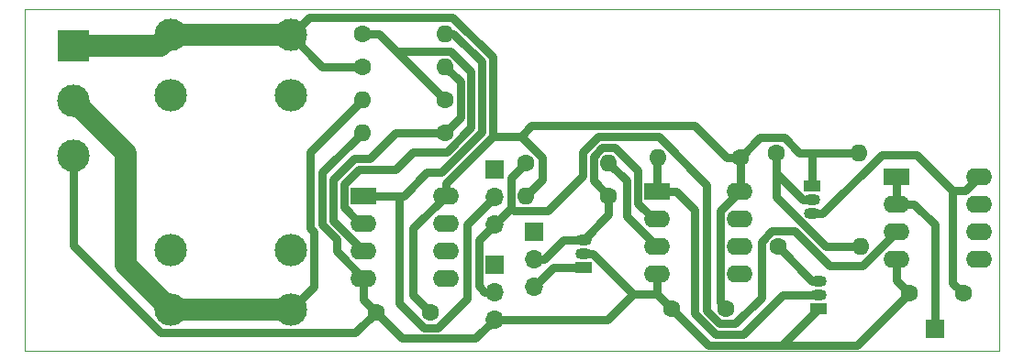
<source format=gbr>
%TF.GenerationSoftware,KiCad,Pcbnew,7.0.8*%
%TF.CreationDate,2023-11-22T16:49:14+02:00*%
%TF.ProjectId,current_sensor,63757272-656e-4745-9f73-656e736f722e,rev?*%
%TF.SameCoordinates,Original*%
%TF.FileFunction,Copper,L1,Top*%
%TF.FilePolarity,Positive*%
%FSLAX46Y46*%
G04 Gerber Fmt 4.6, Leading zero omitted, Abs format (unit mm)*
G04 Created by KiCad (PCBNEW 7.0.8) date 2023-11-22 16:49:14*
%MOMM*%
%LPD*%
G01*
G04 APERTURE LIST*
%TA.AperFunction,ComponentPad*%
%ADD10C,3.000000*%
%TD*%
%TA.AperFunction,ComponentPad*%
%ADD11O,3.000000X3.000000*%
%TD*%
%TA.AperFunction,ComponentPad*%
%ADD12R,2.400000X1.600000*%
%TD*%
%TA.AperFunction,ComponentPad*%
%ADD13O,2.400000X1.600000*%
%TD*%
%TA.AperFunction,ComponentPad*%
%ADD14C,1.600000*%
%TD*%
%TA.AperFunction,ComponentPad*%
%ADD15O,1.600000X1.600000*%
%TD*%
%TA.AperFunction,ComponentPad*%
%ADD16R,1.700000X1.700000*%
%TD*%
%TA.AperFunction,ComponentPad*%
%ADD17O,1.700000X1.700000*%
%TD*%
%TA.AperFunction,ComponentPad*%
%ADD18R,1.500000X1.050000*%
%TD*%
%TA.AperFunction,ComponentPad*%
%ADD19O,1.500000X1.050000*%
%TD*%
%TA.AperFunction,ComponentPad*%
%ADD20R,3.000000X3.000000*%
%TD*%
%TA.AperFunction,Conductor*%
%ADD21C,0.800000*%
%TD*%
%TA.AperFunction,Conductor*%
%ADD22C,2.000000*%
%TD*%
%TA.AperFunction,Profile*%
%ADD23C,0.100000*%
%TD*%
G04 APERTURE END LIST*
D10*
X81788000Y-75857000D03*
D11*
X81788000Y-81407000D03*
X81788000Y-95707000D03*
X81788000Y-101257000D03*
D12*
X115627000Y-90307000D03*
D13*
X115627000Y-92847000D03*
X115627000Y-95387000D03*
X115627000Y-97927000D03*
X123247000Y-97927000D03*
X123247000Y-95387000D03*
X123247000Y-92847000D03*
X123247000Y-90307000D03*
D14*
X111125000Y-90678000D03*
D15*
X103505000Y-90678000D03*
D14*
X96042000Y-81788000D03*
D15*
X88422000Y-81788000D03*
D14*
X123277000Y-87122000D03*
D15*
X115657000Y-87122000D03*
D14*
X96012000Y-84836000D03*
D15*
X88392000Y-84836000D03*
D16*
X141224000Y-102997000D03*
D12*
X88489000Y-90688000D03*
D13*
X88489000Y-93228000D03*
X88489000Y-95768000D03*
X88489000Y-98308000D03*
X96109000Y-98308000D03*
X96109000Y-95768000D03*
X96109000Y-93228000D03*
X96109000Y-90688000D03*
D12*
X137678000Y-88910000D03*
D13*
X137678000Y-91450000D03*
X137678000Y-93990000D03*
X137678000Y-96530000D03*
X145298000Y-96530000D03*
X145298000Y-93990000D03*
X145298000Y-91450000D03*
X145298000Y-88910000D03*
D14*
X126738000Y-95377000D03*
D15*
X134358000Y-95377000D03*
D16*
X104267000Y-93980000D03*
D17*
X104267000Y-96520000D03*
X104267000Y-99060000D03*
D16*
X100584000Y-88265000D03*
D17*
X100584000Y-90805000D03*
X100584000Y-93345000D03*
D10*
X70738000Y-75857000D03*
D11*
X70738000Y-81407000D03*
X70738000Y-95707000D03*
X70738000Y-101257000D03*
D14*
X116967000Y-101092000D03*
X121967000Y-101092000D03*
X138851000Y-99695000D03*
X143851000Y-99695000D03*
D18*
X108818000Y-97282000D03*
D19*
X108818000Y-96012000D03*
X108818000Y-94742000D03*
D14*
X88392000Y-78740000D03*
D15*
X96012000Y-78740000D03*
D14*
X88422000Y-75692000D03*
D15*
X96042000Y-75692000D03*
D18*
X130527000Y-101092000D03*
D19*
X130527000Y-99822000D03*
X130527000Y-98552000D03*
D20*
X61722000Y-76835000D03*
D10*
X61722000Y-81915000D03*
X61722000Y-86995000D03*
D14*
X126590000Y-86741000D03*
D15*
X134210000Y-86741000D03*
D18*
X129913000Y-89789000D03*
D19*
X129913000Y-91059000D03*
X129913000Y-92329000D03*
D14*
X94662000Y-101473000D03*
X89662000Y-101473000D03*
D16*
X100584000Y-97028000D03*
D17*
X100584000Y-99568000D03*
X100584000Y-102108000D03*
D14*
X103505000Y-87630000D03*
D15*
X111125000Y-87630000D03*
D21*
X100584000Y-102108000D02*
X111055528Y-102108000D01*
X111055528Y-102108000D02*
X113411528Y-99752000D01*
X115627000Y-99752000D02*
X113411528Y-99752000D01*
X113411528Y-99752000D02*
X109671528Y-96012000D01*
X109671528Y-96012000D02*
X108818000Y-96012000D01*
X116967000Y-101092000D02*
X120367000Y-104492000D01*
X120367000Y-104492000D02*
X127127000Y-104492000D01*
X108818000Y-97282000D02*
X106045000Y-97282000D01*
X106045000Y-97282000D02*
X104267000Y-99060000D01*
D22*
X70738000Y-101257000D02*
X81788000Y-101257000D01*
X61722000Y-81915000D02*
X66548000Y-86741000D01*
X66548000Y-86741000D02*
X66548000Y-97067000D01*
X66548000Y-97067000D02*
X70738000Y-101257000D01*
X70738000Y-75857000D02*
X81788000Y-75857000D01*
X61722000Y-76835000D02*
X69760000Y-76835000D01*
X69760000Y-76835000D02*
X70738000Y-75857000D01*
D21*
X137678000Y-91450000D02*
X139329000Y-91450000D01*
X139329000Y-91450000D02*
X141224000Y-93345000D01*
X137678000Y-88910000D02*
X137678000Y-91450000D01*
X141224000Y-93345000D02*
X141224000Y-102997000D01*
X123277000Y-90277000D02*
X123247000Y-90307000D01*
X104032208Y-84230000D02*
X119101264Y-84230000D01*
X129913000Y-89789000D02*
X129913000Y-86749000D01*
X93091000Y-99902000D02*
X93091000Y-93706000D01*
X129913000Y-86749000D02*
X129921000Y-86741000D01*
X121993264Y-87122000D02*
X123277000Y-87122000D01*
X123277000Y-87122000D02*
X125058000Y-85341000D01*
X103054997Y-85207211D02*
X105029000Y-87181214D01*
X96109000Y-89540214D02*
X100442003Y-85207211D01*
X100442002Y-77877788D02*
X96732214Y-74168000D01*
X100442003Y-85207211D02*
X103054997Y-85207211D01*
X96732214Y-74168000D02*
X83477000Y-74168000D01*
X123277000Y-87122000D02*
X123277000Y-90277000D01*
X83477000Y-74168000D02*
X81788000Y-75857000D01*
X105029000Y-89154000D02*
X103505000Y-90678000D01*
X123247000Y-90307000D02*
X121447000Y-92107000D01*
X121447000Y-92107000D02*
X121447000Y-100572000D01*
X94662000Y-101473000D02*
X93091000Y-99902000D01*
X84671000Y-78740000D02*
X81788000Y-75857000D01*
X96109000Y-90688000D02*
X96109000Y-89540214D01*
X103054997Y-85207211D02*
X104032208Y-84230000D01*
X129921000Y-86741000D02*
X134210000Y-86741000D01*
X88392000Y-78740000D02*
X84671000Y-78740000D01*
X105029000Y-87181214D02*
X105029000Y-89154000D01*
X128749000Y-86741000D02*
X129921000Y-86741000D01*
X93091000Y-93706000D02*
X96109000Y-90688000D01*
X121447000Y-100572000D02*
X121967000Y-101092000D01*
X100442003Y-85207211D02*
X100442002Y-77877788D01*
X125058000Y-85341000D02*
X127349000Y-85341000D01*
X119101264Y-84230000D02*
X121993264Y-87122000D01*
X127349000Y-85341000D02*
X128749000Y-86741000D01*
X88489000Y-98308000D02*
X86013893Y-95832893D01*
X137678000Y-98522000D02*
X138851000Y-99695000D01*
X115627000Y-97927000D02*
X115627000Y-99752000D01*
X88489000Y-98308000D02*
X88489000Y-100300000D01*
X92062000Y-103873000D02*
X89662000Y-101473000D01*
X69823877Y-103351877D02*
X61722000Y-95250000D01*
X127127000Y-104492000D02*
X130527000Y-101092000D01*
X88489000Y-100300000D02*
X89662000Y-101473000D01*
X134054000Y-104492000D02*
X138851000Y-99695000D01*
X98819000Y-103873000D02*
X100584000Y-102108000D01*
X137678000Y-96530000D02*
X137678000Y-98522000D01*
X84689000Y-88539000D02*
X88392000Y-84836000D01*
X61722000Y-95250000D02*
X61722000Y-86995000D01*
X89662000Y-101473000D02*
X87783123Y-103351877D01*
X115627000Y-99752000D02*
X116967000Y-101092000D01*
X86013893Y-95832893D02*
X86013893Y-94707107D01*
X84689000Y-93382214D02*
X84689000Y-88539000D01*
X87783123Y-103351877D02*
X69823877Y-103351877D01*
X86013893Y-94707107D02*
X84689000Y-93382214D01*
X92062000Y-103873000D02*
X98819000Y-103873000D01*
X127127000Y-104492000D02*
X134054000Y-104492000D01*
X139573000Y-86868000D02*
X142875000Y-90170000D01*
X136334472Y-86868000D02*
X139573000Y-86868000D01*
X142875000Y-98719000D02*
X143851000Y-99695000D01*
X130873472Y-92329000D02*
X136334472Y-86868000D01*
X142875000Y-90170000D02*
X144038000Y-90170000D01*
X144038000Y-90170000D02*
X145298000Y-88910000D01*
X129913000Y-92329000D02*
X130873472Y-92329000D01*
X142875000Y-90170000D02*
X142875000Y-98719000D01*
X88422000Y-81788000D02*
X83566000Y-86644000D01*
X83947000Y-99098000D02*
X81788000Y-101257000D01*
X83566000Y-93673428D02*
X83947000Y-94054428D01*
X83947000Y-94054428D02*
X83947000Y-99098000D01*
X83566000Y-86644000D02*
X83566000Y-93673428D01*
X119034000Y-101546000D02*
X120980000Y-103492000D01*
X117371736Y-90307000D02*
X119034000Y-91969264D01*
X127225000Y-99822000D02*
X130527000Y-99822000D01*
X115627000Y-90307000D02*
X115627000Y-87152000D01*
X120980000Y-103492000D02*
X123555000Y-103492000D01*
X123555000Y-103492000D02*
X127225000Y-99822000D01*
X119034000Y-91969264D02*
X119034000Y-101546000D01*
X115627000Y-87152000D02*
X115657000Y-87122000D01*
X115627000Y-90307000D02*
X117371736Y-90307000D01*
X129913000Y-98552000D02*
X126738000Y-95377000D01*
X130527000Y-98552000D02*
X129913000Y-98552000D01*
X131148902Y-95377000D02*
X134358000Y-95377000D01*
X129059472Y-91059000D02*
X129913000Y-91059000D01*
X126590000Y-88589528D02*
X129059472Y-91059000D01*
X126590000Y-86741000D02*
X126590000Y-88589528D01*
X126590000Y-90818098D02*
X131148902Y-95377000D01*
X126590000Y-88589528D02*
X126590000Y-90818098D01*
X115627000Y-92847000D02*
X115318472Y-92847000D01*
X115318472Y-92847000D02*
X113827000Y-91355528D01*
X105156000Y-96520000D02*
X104267000Y-96520000D01*
X106934000Y-94742000D02*
X105156000Y-96520000D01*
X111697786Y-86230000D02*
X110552214Y-86230000D01*
X111125000Y-90678000D02*
X111125000Y-92435000D01*
X109725000Y-87057214D02*
X109725000Y-89278000D01*
X110552214Y-86230000D02*
X109725000Y-87057214D01*
X113827000Y-88359214D02*
X111697786Y-86230000D01*
X113827000Y-91355528D02*
X113827000Y-88359214D01*
X109725000Y-89278000D02*
X111125000Y-90678000D01*
X108818000Y-94742000D02*
X106934000Y-94742000D01*
X111125000Y-92435000D02*
X108818000Y-94742000D01*
X85689000Y-89225258D02*
X87649259Y-87264999D01*
X88489000Y-95768000D02*
X85689000Y-92968000D01*
X96012000Y-84836000D02*
X97442000Y-83406000D01*
X97442000Y-80170000D02*
X96012000Y-78740000D01*
X91492472Y-84836000D02*
X96012000Y-84836000D01*
X87649259Y-87264999D02*
X89063473Y-87264999D01*
X97442000Y-83406000D02*
X97442000Y-80170000D01*
X89063473Y-87264999D02*
X91492472Y-84836000D01*
X85689000Y-92968000D02*
X85689000Y-89225258D01*
X93091000Y-86614000D02*
X96206786Y-86614000D01*
X96206786Y-86614000D02*
X98442001Y-84378785D01*
X86689000Y-91736528D02*
X86689000Y-89639472D01*
X86689000Y-89639472D02*
X88063472Y-88265000D01*
X91594000Y-77340000D02*
X89946000Y-75692000D01*
X88489000Y-93228000D02*
X88180472Y-93228000D01*
X91440000Y-88265000D02*
X93091000Y-86614000D01*
X88063472Y-88265000D02*
X91440000Y-88265000D01*
X96584786Y-77340000D02*
X91594000Y-77340000D01*
X89946000Y-75692000D02*
X88422000Y-75692000D01*
X96042000Y-81788000D02*
X91594000Y-77340000D01*
X98442000Y-79197214D02*
X96584786Y-77340000D01*
X88180472Y-93228000D02*
X86689000Y-91736528D01*
X98442001Y-84378785D02*
X98442000Y-79197214D01*
X92192000Y-90688000D02*
X91821000Y-90688000D01*
X94361000Y-88519000D02*
X92192000Y-90688000D01*
X91821000Y-90688000D02*
X88489000Y-90688000D01*
X99442001Y-78292001D02*
X99442002Y-84792998D01*
X98044000Y-93345000D02*
X100584000Y-90805000D01*
X95374000Y-102873000D02*
X98044000Y-100203000D01*
X96842000Y-75692000D02*
X99442001Y-78292001D01*
X91821000Y-100604786D02*
X94089214Y-102873000D01*
X99442002Y-84792998D02*
X95716000Y-88519000D01*
X96042000Y-75692000D02*
X96842000Y-75692000D01*
X98044000Y-100203000D02*
X98044000Y-93345000D01*
X94089214Y-102873000D02*
X95374000Y-102873000D01*
X91821000Y-90688000D02*
X91821000Y-100604786D01*
X95716000Y-88519000D02*
X94361000Y-88519000D01*
X137678000Y-94029786D02*
X134552786Y-97155000D01*
X128334688Y-93977000D02*
X131512688Y-97155000D01*
X99134000Y-99007000D02*
X99695000Y-99568000D01*
X137678000Y-93990000D02*
X137678000Y-94029786D01*
X122806000Y-102492000D02*
X125222000Y-100076000D01*
X134552786Y-97155000D02*
X131512688Y-97155000D01*
X121394214Y-102492000D02*
X122806000Y-102492000D01*
X105510786Y-92078000D02*
X102359000Y-92078000D01*
X115737786Y-85230000D02*
X120177000Y-89669214D01*
X102105000Y-91824000D02*
X100584000Y-93345000D01*
X110138000Y-85230000D02*
X115737786Y-85230000D01*
X105510786Y-92078000D02*
X108725000Y-88863786D01*
X120177000Y-89669214D02*
X120177000Y-101274786D01*
X102105000Y-89030000D02*
X103505000Y-87630000D01*
X100584000Y-93345000D02*
X99134000Y-94795000D01*
X99695000Y-99568000D02*
X100584000Y-99568000D01*
X125222000Y-94920214D02*
X125222000Y-100076000D01*
X126165214Y-93977000D02*
X125222000Y-94920214D01*
X102359000Y-92078000D02*
X102105000Y-91824000D01*
X126165214Y-93977000D02*
X128334688Y-93977000D01*
X120177000Y-101274786D02*
X121394214Y-102492000D01*
X108725000Y-88863786D02*
X108724999Y-86643001D01*
X108724999Y-86643001D02*
X110138000Y-85230000D01*
X99134000Y-94795000D02*
X99134000Y-99007000D01*
X102105000Y-89030000D02*
X102105000Y-91824000D01*
X115627000Y-95387000D02*
X112811000Y-92571000D01*
X112811000Y-89316000D02*
X111125000Y-87630000D01*
X112811000Y-92571000D02*
X112811000Y-89316000D01*
D23*
X147193000Y-105029000D02*
X57277000Y-105029000D01*
X57277000Y-73406000D02*
X57277000Y-105029000D01*
X87757000Y-73406000D02*
X147193000Y-73406000D01*
X57277000Y-73406000D02*
X87757000Y-73406000D01*
X147193000Y-105029000D02*
X147193000Y-73406000D01*
M02*

</source>
